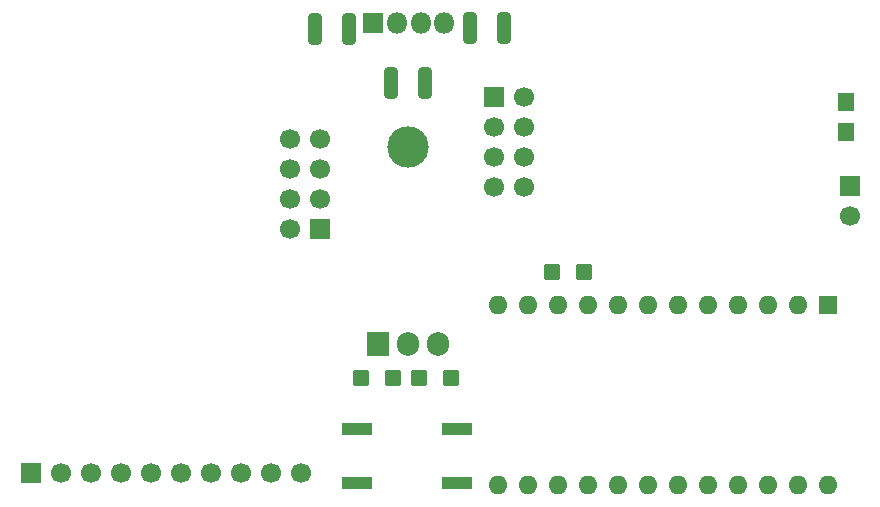
<source format=gbr>
%TF.GenerationSoftware,KiCad,Pcbnew,9.0.2*%
%TF.CreationDate,2025-07-30T22:52:36+05:30*%
%TF.ProjectId,VoidLens VR PCB,566f6964-4c65-46e7-9320-565220504342,rev?*%
%TF.SameCoordinates,Original*%
%TF.FileFunction,Soldermask,Top*%
%TF.FilePolarity,Negative*%
%FSLAX46Y46*%
G04 Gerber Fmt 4.6, Leading zero omitted, Abs format (unit mm)*
G04 Created by KiCad (PCBNEW 9.0.2) date 2025-07-30 22:52:36*
%MOMM*%
%LPD*%
G01*
G04 APERTURE LIST*
G04 Aperture macros list*
%AMRoundRect*
0 Rectangle with rounded corners*
0 $1 Rounding radius*
0 $2 $3 $4 $5 $6 $7 $8 $9 X,Y pos of 4 corners*
0 Add a 4 corners polygon primitive as box body*
4,1,4,$2,$3,$4,$5,$6,$7,$8,$9,$2,$3,0*
0 Add four circle primitives for the rounded corners*
1,1,$1+$1,$2,$3*
1,1,$1+$1,$4,$5*
1,1,$1+$1,$6,$7*
1,1,$1+$1,$8,$9*
0 Add four rect primitives between the rounded corners*
20,1,$1+$1,$2,$3,$4,$5,0*
20,1,$1+$1,$4,$5,$6,$7,0*
20,1,$1+$1,$6,$7,$8,$9,0*
20,1,$1+$1,$8,$9,$2,$3,0*%
G04 Aperture macros list end*
%ADD10RoundRect,0.250000X-0.312500X-1.075000X0.312500X-1.075000X0.312500X1.075000X-0.312500X1.075000X0*%
%ADD11R,1.700000X1.700000*%
%ADD12C,1.700000*%
%ADD13RoundRect,0.250000X-0.457500X-0.445000X0.457500X-0.445000X0.457500X0.445000X-0.457500X0.445000X0*%
%ADD14RoundRect,0.250000X0.312500X1.075000X-0.312500X1.075000X-0.312500X-1.075000X0.312500X-1.075000X0*%
%ADD15R,1.800000X1.800000*%
%ADD16O,1.800000X1.800000*%
%ADD17R,1.400000X1.500000*%
%ADD18RoundRect,0.250000X0.457500X0.445000X-0.457500X0.445000X-0.457500X-0.445000X0.457500X-0.445000X0*%
%ADD19C,3.500000*%
%ADD20R,1.905000X2.000000*%
%ADD21O,1.905000X2.000000*%
%ADD22R,2.500000X1.100000*%
%ADD23R,1.600000X1.600000*%
%ADD24O,1.600000X1.600000*%
G04 APERTURE END LIST*
D10*
%TO.C,R1*%
X137137500Y-80200000D03*
X140062500Y-80200000D03*
%TD*%
D11*
%TO.C,U1*%
X152310500Y-85975000D03*
D12*
X154850500Y-85975000D03*
X152310500Y-88515000D03*
X154850500Y-88515000D03*
X152310500Y-91055000D03*
X154850500Y-91055000D03*
X152310500Y-93595000D03*
X154850500Y-93595000D03*
%TD*%
D11*
%TO.C,U3*%
X113100000Y-117800000D03*
D12*
X115640000Y-117800000D03*
X118180000Y-117800000D03*
X120720000Y-117800000D03*
X123260000Y-117800000D03*
X125800000Y-117800000D03*
X128340000Y-117800000D03*
X130880000Y-117800000D03*
X133420000Y-117800000D03*
X135960000Y-117800000D03*
%TD*%
D13*
%TO.C,C1*%
X141047500Y-109700000D03*
X143752500Y-109700000D03*
%TD*%
D11*
%TO.C,J1*%
X182400000Y-93500000D03*
D12*
X182400000Y-96040000D03*
%TD*%
D11*
%TO.C,U4*%
X137540000Y-97120000D03*
D12*
X135000000Y-97120000D03*
X137540000Y-94580000D03*
X135000000Y-94580000D03*
X137540000Y-92040000D03*
X135000000Y-92040000D03*
X137540000Y-89500000D03*
X135000000Y-89500000D03*
%TD*%
D14*
%TO.C,R2*%
X146462500Y-84800000D03*
X143537500Y-84800000D03*
%TD*%
D15*
%TO.C,D1*%
X142095000Y-79700000D03*
D16*
X144095000Y-79700000D03*
X146095000Y-79700000D03*
X148095000Y-79700000D03*
%TD*%
D14*
%TO.C,R3*%
X153162500Y-80100000D03*
X150237500Y-80100000D03*
%TD*%
D17*
%TO.C,J2*%
X182100000Y-88950000D03*
X182100000Y-86410000D03*
%TD*%
D18*
%TO.C,C2*%
X148652500Y-109700000D03*
X145947500Y-109700000D03*
%TD*%
D19*
%TO.C,IC1*%
X145000000Y-90170000D03*
D20*
X142460000Y-106830000D03*
D21*
X145000000Y-106830000D03*
X147540000Y-106830000D03*
%TD*%
D18*
%TO.C,C3*%
X159952500Y-100800000D03*
X157247500Y-100800000D03*
%TD*%
D22*
%TO.C,SW1*%
X140700000Y-114100000D03*
X149200000Y-114100000D03*
X140700000Y-118600000D03*
X149200000Y-118600000D03*
%TD*%
D23*
%TO.C,U2*%
X180580000Y-103600000D03*
D24*
X178040000Y-103600000D03*
X175500000Y-103600000D03*
X172960000Y-103600000D03*
X170420000Y-103600000D03*
X167880000Y-103600000D03*
X165340000Y-103600000D03*
X162800000Y-103600000D03*
X160260000Y-103600000D03*
X157720000Y-103600000D03*
X155180000Y-103600000D03*
X152640000Y-103600000D03*
X152640000Y-118840000D03*
X155180000Y-118840000D03*
X157720000Y-118840000D03*
X160260000Y-118840000D03*
X162800000Y-118840000D03*
X165340000Y-118840000D03*
X167880000Y-118840000D03*
X170420000Y-118840000D03*
X172960000Y-118840000D03*
X175500000Y-118840000D03*
X178040000Y-118840000D03*
X180580000Y-118840000D03*
%TD*%
M02*

</source>
